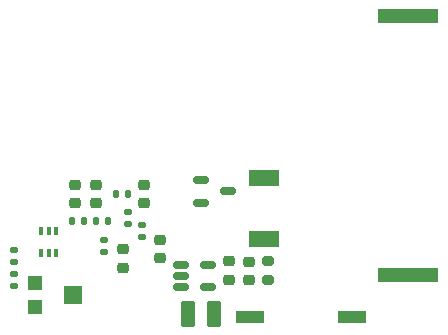
<source format=gbr>
%TF.GenerationSoftware,KiCad,Pcbnew,7.0.6*%
%TF.CreationDate,2023-09-21T17:00:44-04:00*%
%TF.ProjectId,blinkenbrain,626c696e-6b65-46e6-9272-61696e2e6b69,A*%
%TF.SameCoordinates,Original*%
%TF.FileFunction,Paste,Bot*%
%TF.FilePolarity,Positive*%
%FSLAX46Y46*%
G04 Gerber Fmt 4.6, Leading zero omitted, Abs format (unit mm)*
G04 Created by KiCad (PCBNEW 7.0.6) date 2023-09-21 17:00:44*
%MOMM*%
%LPD*%
G01*
G04 APERTURE LIST*
G04 Aperture macros list*
%AMRoundRect*
0 Rectangle with rounded corners*
0 $1 Rounding radius*
0 $2 $3 $4 $5 $6 $7 $8 $9 X,Y pos of 4 corners*
0 Add a 4 corners polygon primitive as box body*
4,1,4,$2,$3,$4,$5,$6,$7,$8,$9,$2,$3,0*
0 Add four circle primitives for the rounded corners*
1,1,$1+$1,$2,$3*
1,1,$1+$1,$4,$5*
1,1,$1+$1,$6,$7*
1,1,$1+$1,$8,$9*
0 Add four rect primitives between the rounded corners*
20,1,$1+$1,$2,$3,$4,$5,0*
20,1,$1+$1,$4,$5,$6,$7,0*
20,1,$1+$1,$6,$7,$8,$9,0*
20,1,$1+$1,$8,$9,$2,$3,0*%
G04 Aperture macros list end*
%ADD10RoundRect,0.135000X0.185000X-0.135000X0.185000X0.135000X-0.185000X0.135000X-0.185000X-0.135000X0*%
%ADD11RoundRect,0.225000X-0.250000X0.225000X-0.250000X-0.225000X0.250000X-0.225000X0.250000X0.225000X0*%
%ADD12R,0.400000X0.650000*%
%ADD13RoundRect,0.150000X-0.512500X-0.150000X0.512500X-0.150000X0.512500X0.150000X-0.512500X0.150000X0*%
%ADD14R,2.440000X1.120000*%
%ADD15R,2.600000X1.400000*%
%ADD16RoundRect,0.135000X0.135000X0.185000X-0.135000X0.185000X-0.135000X-0.185000X0.135000X-0.185000X0*%
%ADD17R,1.200000X1.200000*%
%ADD18R,1.500000X1.600000*%
%ADD19R,5.080000X1.270000*%
%ADD20RoundRect,0.225000X0.250000X-0.225000X0.250000X0.225000X-0.250000X0.225000X-0.250000X-0.225000X0*%
%ADD21RoundRect,0.135000X-0.135000X-0.185000X0.135000X-0.185000X0.135000X0.185000X-0.135000X0.185000X0*%
%ADD22RoundRect,0.200000X-0.275000X0.200000X-0.275000X-0.200000X0.275000X-0.200000X0.275000X0.200000X0*%
%ADD23RoundRect,0.250000X0.375000X0.850000X-0.375000X0.850000X-0.375000X-0.850000X0.375000X-0.850000X0*%
G04 APERTURE END LIST*
D10*
%TO.C,R2*%
X136400000Y-100710000D03*
X136400000Y-99690000D03*
%TD*%
D11*
%TO.C,C6*%
X139100000Y-102025000D03*
X139100000Y-103575000D03*
%TD*%
D12*
%TO.C,Q1*%
X129050000Y-101250000D03*
X129700000Y-101250000D03*
X130350000Y-101250000D03*
X130350000Y-103150000D03*
X129700000Y-103150000D03*
X129050000Y-103150000D03*
%TD*%
D13*
%TO.C,U1*%
X140906250Y-106025000D03*
X140906250Y-105075000D03*
X140906250Y-104125000D03*
X143181250Y-104125000D03*
X143181250Y-106025000D03*
%TD*%
D14*
%TO.C,SW1*%
X155375000Y-108570000D03*
X146765000Y-108570000D03*
%TD*%
D10*
%TO.C,R5*%
X134400000Y-103010000D03*
X134400000Y-101990000D03*
%TD*%
D15*
%TO.C,D1*%
X147920000Y-96760000D03*
X147920000Y-101960000D03*
%TD*%
D16*
%TO.C,R3*%
X136410000Y-98150000D03*
X135390000Y-98150000D03*
%TD*%
D17*
%TO.C,RV1*%
X128500000Y-107700000D03*
D18*
X131750000Y-106700000D03*
D17*
X128500000Y-105700000D03*
%TD*%
D19*
%TO.C,BT1*%
X160100000Y-83015000D03*
X160100000Y-104985000D03*
%TD*%
D20*
%TO.C,C1*%
X137800000Y-98875000D03*
X137800000Y-97325000D03*
%TD*%
D11*
%TO.C,C4*%
X144973750Y-103825000D03*
X144973750Y-105375000D03*
%TD*%
%TO.C,C5*%
X146633750Y-103855000D03*
X146633750Y-105405000D03*
%TD*%
D21*
%TO.C,R6*%
X131690000Y-100400000D03*
X132710000Y-100400000D03*
%TD*%
D22*
%TO.C,R7*%
X148300000Y-103775000D03*
X148300000Y-105425000D03*
%TD*%
D11*
%TO.C,C7*%
X136000000Y-102825000D03*
X136000000Y-104375000D03*
%TD*%
D10*
%TO.C,R8*%
X126800000Y-103910000D03*
X126800000Y-102890000D03*
%TD*%
D20*
%TO.C,C2*%
X133700000Y-98875000D03*
X133700000Y-97325000D03*
%TD*%
%TO.C,C3*%
X131900000Y-98875000D03*
X131900000Y-97325000D03*
%TD*%
D23*
%TO.C,L1*%
X143685000Y-108290000D03*
X141535000Y-108290000D03*
%TD*%
D16*
%TO.C,R4*%
X134710000Y-100400000D03*
X133690000Y-100400000D03*
%TD*%
D13*
%TO.C,Q2*%
X142562500Y-98850000D03*
X142562500Y-96950000D03*
X144837500Y-97900000D03*
%TD*%
D10*
%TO.C,R9*%
X126800000Y-105910000D03*
X126800000Y-104890000D03*
%TD*%
%TO.C,R1*%
X137600000Y-101810000D03*
X137600000Y-100790000D03*
%TD*%
M02*

</source>
